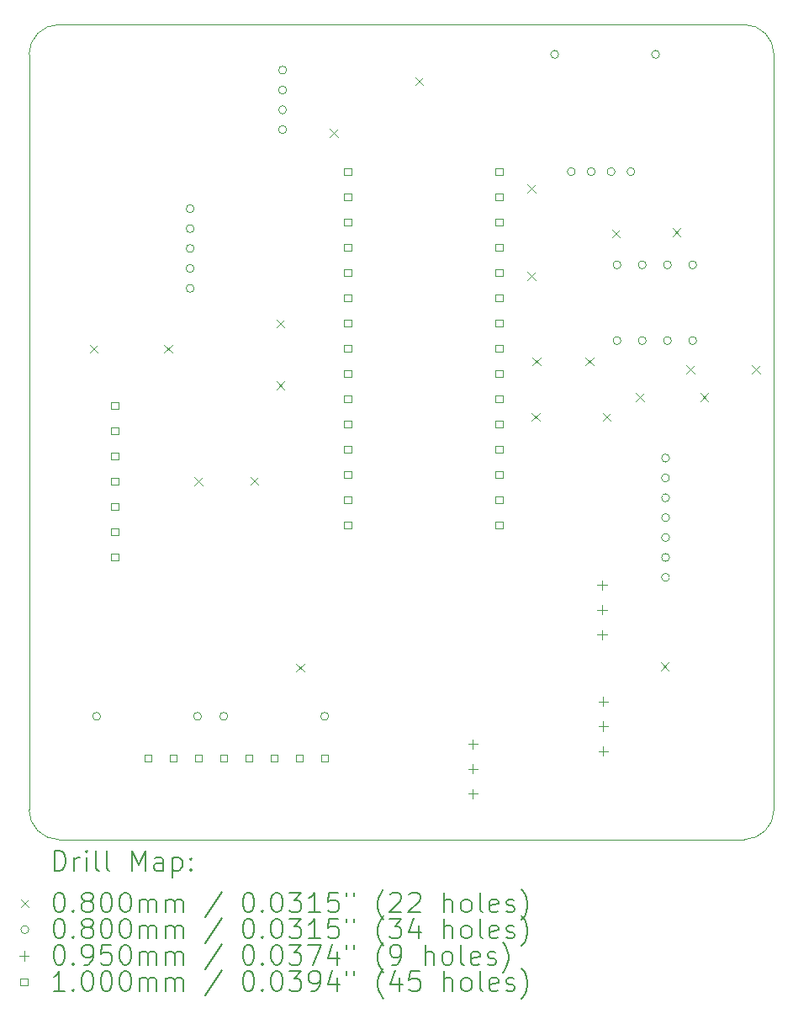
<source format=gbr>
%FSLAX45Y45*%
G04 Gerber Fmt 4.5, Leading zero omitted, Abs format (unit mm)*
G04 Created by KiCad (PCBNEW (6.0.0)) date 2022-05-09 14:40:13*
%MOMM*%
%LPD*%
G01*
G04 APERTURE LIST*
%TA.AperFunction,Profile*%
%ADD10C,0.050000*%
%TD*%
%ADD11C,0.200000*%
%ADD12C,0.080000*%
%ADD13C,0.095000*%
%ADD14C,0.100000*%
G04 APERTURE END LIST*
D10*
X20400000Y-7200000D02*
X20400000Y-14100000D01*
X12900000Y-14800000D02*
G75*
G03*
X13200000Y-15100000I300000J0D01*
G01*
X20400000Y-7200000D02*
G75*
G03*
X20100000Y-6900000I-300000J0D01*
G01*
X13200000Y-6900000D02*
G75*
G03*
X12900000Y-7200000I0J-300000D01*
G01*
X13200000Y-6900000D02*
X20100000Y-6900000D01*
X20100000Y-15100000D02*
G75*
G03*
X20400000Y-14800000I0J300000D01*
G01*
X12900000Y-14100000D02*
X12900000Y-14800000D01*
X12900000Y-14100000D02*
X12900000Y-7200000D01*
X20400000Y-14100000D02*
X20400000Y-14800000D01*
X20100000Y-15100000D02*
X13200000Y-15100000D01*
D11*
D12*
X13510000Y-10120000D02*
X13590000Y-10200000D01*
X13590000Y-10120000D02*
X13510000Y-10200000D01*
X14260000Y-10120000D02*
X14340000Y-10200000D01*
X14340000Y-10120000D02*
X14260000Y-10200000D01*
X14565000Y-11456040D02*
X14645000Y-11536040D01*
X14645000Y-11456040D02*
X14565000Y-11536040D01*
X15130000Y-11450000D02*
X15210000Y-11530000D01*
X15210000Y-11450000D02*
X15130000Y-11530000D01*
X15390000Y-9870000D02*
X15470000Y-9950000D01*
X15470000Y-9870000D02*
X15390000Y-9950000D01*
X15391480Y-10490000D02*
X15471480Y-10570000D01*
X15471480Y-10490000D02*
X15391480Y-10570000D01*
X15590000Y-13330000D02*
X15670000Y-13410000D01*
X15670000Y-13330000D02*
X15590000Y-13410000D01*
X15930000Y-7950000D02*
X16010000Y-8030000D01*
X16010000Y-7950000D02*
X15930000Y-8030000D01*
X16790000Y-7430000D02*
X16870000Y-7510000D01*
X16870000Y-7430000D02*
X16790000Y-7510000D01*
X17920000Y-8510000D02*
X18000000Y-8590000D01*
X18000000Y-8510000D02*
X17920000Y-8590000D01*
X17920000Y-9390000D02*
X18000000Y-9470000D01*
X18000000Y-9390000D02*
X17920000Y-9470000D01*
X17960000Y-10810000D02*
X18040000Y-10890000D01*
X18040000Y-10810000D02*
X17960000Y-10890000D01*
X17968600Y-10247000D02*
X18048600Y-10327000D01*
X18048600Y-10247000D02*
X17968600Y-10327000D01*
X18502000Y-10247000D02*
X18582000Y-10327000D01*
X18582000Y-10247000D02*
X18502000Y-10327000D01*
X18674720Y-10810000D02*
X18754720Y-10890000D01*
X18754720Y-10810000D02*
X18674720Y-10890000D01*
X18770000Y-8960000D02*
X18850000Y-9040000D01*
X18850000Y-8960000D02*
X18770000Y-9040000D01*
X19010000Y-10610000D02*
X19090000Y-10690000D01*
X19090000Y-10610000D02*
X19010000Y-10690000D01*
X19260000Y-13320000D02*
X19340000Y-13400000D01*
X19340000Y-13320000D02*
X19260000Y-13400000D01*
X19380000Y-8950000D02*
X19460000Y-9030000D01*
X19460000Y-8950000D02*
X19380000Y-9030000D01*
X19520000Y-10330000D02*
X19600000Y-10410000D01*
X19600000Y-10330000D02*
X19520000Y-10410000D01*
X19660000Y-10610000D02*
X19740000Y-10690000D01*
X19740000Y-10610000D02*
X19660000Y-10690000D01*
X20180000Y-10330000D02*
X20260000Y-10410000D01*
X20260000Y-10330000D02*
X20180000Y-10410000D01*
X13620000Y-13860000D02*
G75*
G03*
X13620000Y-13860000I-40000J0D01*
G01*
X14561772Y-8753500D02*
G75*
G03*
X14561772Y-8753500I-40000J0D01*
G01*
X14561772Y-8953500D02*
G75*
G03*
X14561772Y-8953500I-40000J0D01*
G01*
X14561772Y-9153500D02*
G75*
G03*
X14561772Y-9153500I-40000J0D01*
G01*
X14561772Y-9353500D02*
G75*
G03*
X14561772Y-9353500I-40000J0D01*
G01*
X14561772Y-9553500D02*
G75*
G03*
X14561772Y-9553500I-40000J0D01*
G01*
X14636000Y-13860000D02*
G75*
G03*
X14636000Y-13860000I-40000J0D01*
G01*
X14900000Y-13860000D02*
G75*
G03*
X14900000Y-13860000I-40000J0D01*
G01*
X15492500Y-7357500D02*
G75*
G03*
X15492500Y-7357500I-40000J0D01*
G01*
X15492500Y-7557500D02*
G75*
G03*
X15492500Y-7557500I-40000J0D01*
G01*
X15492500Y-7757500D02*
G75*
G03*
X15492500Y-7757500I-40000J0D01*
G01*
X15492500Y-7957500D02*
G75*
G03*
X15492500Y-7957500I-40000J0D01*
G01*
X15916000Y-13860000D02*
G75*
G03*
X15916000Y-13860000I-40000J0D01*
G01*
X18232000Y-7200000D02*
G75*
G03*
X18232000Y-7200000I-40000J0D01*
G01*
X18400000Y-8380000D02*
G75*
G03*
X18400000Y-8380000I-40000J0D01*
G01*
X18600000Y-8380000D02*
G75*
G03*
X18600000Y-8380000I-40000J0D01*
G01*
X18800000Y-8380000D02*
G75*
G03*
X18800000Y-8380000I-40000J0D01*
G01*
X18860000Y-9318000D02*
G75*
G03*
X18860000Y-9318000I-40000J0D01*
G01*
X18860000Y-10080000D02*
G75*
G03*
X18860000Y-10080000I-40000J0D01*
G01*
X19000000Y-8380000D02*
G75*
G03*
X19000000Y-8380000I-40000J0D01*
G01*
X19114000Y-9318000D02*
G75*
G03*
X19114000Y-9318000I-40000J0D01*
G01*
X19114000Y-10080000D02*
G75*
G03*
X19114000Y-10080000I-40000J0D01*
G01*
X19248000Y-7200000D02*
G75*
G03*
X19248000Y-7200000I-40000J0D01*
G01*
X19348420Y-11261700D02*
G75*
G03*
X19348420Y-11261700I-40000J0D01*
G01*
X19348420Y-11461700D02*
G75*
G03*
X19348420Y-11461700I-40000J0D01*
G01*
X19348420Y-11661700D02*
G75*
G03*
X19348420Y-11661700I-40000J0D01*
G01*
X19348420Y-11861700D02*
G75*
G03*
X19348420Y-11861700I-40000J0D01*
G01*
X19348420Y-12061700D02*
G75*
G03*
X19348420Y-12061700I-40000J0D01*
G01*
X19348420Y-12261700D02*
G75*
G03*
X19348420Y-12261700I-40000J0D01*
G01*
X19348420Y-12461700D02*
G75*
G03*
X19348420Y-12461700I-40000J0D01*
G01*
X19368000Y-9318000D02*
G75*
G03*
X19368000Y-9318000I-40000J0D01*
G01*
X19368000Y-10080000D02*
G75*
G03*
X19368000Y-10080000I-40000J0D01*
G01*
X19622000Y-9318000D02*
G75*
G03*
X19622000Y-9318000I-40000J0D01*
G01*
X19622000Y-10080000D02*
G75*
G03*
X19622000Y-10080000I-40000J0D01*
G01*
D13*
X17370000Y-14092500D02*
X17370000Y-14187500D01*
X17322500Y-14140000D02*
X17417500Y-14140000D01*
X17370000Y-14342500D02*
X17370000Y-14437500D01*
X17322500Y-14390000D02*
X17417500Y-14390000D01*
X17370000Y-14592500D02*
X17370000Y-14687500D01*
X17322500Y-14640000D02*
X17417500Y-14640000D01*
X18670000Y-12492500D02*
X18670000Y-12587500D01*
X18622500Y-12540000D02*
X18717500Y-12540000D01*
X18670000Y-12742500D02*
X18670000Y-12837500D01*
X18622500Y-12790000D02*
X18717500Y-12790000D01*
X18670000Y-12992500D02*
X18670000Y-13087500D01*
X18622500Y-13040000D02*
X18717500Y-13040000D01*
X18680000Y-13662500D02*
X18680000Y-13757500D01*
X18632500Y-13710000D02*
X18727500Y-13710000D01*
X18680000Y-13912500D02*
X18680000Y-14007500D01*
X18632500Y-13960000D02*
X18727500Y-13960000D01*
X18680000Y-14162500D02*
X18680000Y-14257500D01*
X18632500Y-14210000D02*
X18727500Y-14210000D01*
D14*
X13797628Y-10768856D02*
X13797628Y-10698144D01*
X13726916Y-10698144D01*
X13726916Y-10768856D01*
X13797628Y-10768856D01*
X13797628Y-11022856D02*
X13797628Y-10952144D01*
X13726916Y-10952144D01*
X13726916Y-11022856D01*
X13797628Y-11022856D01*
X13797628Y-11276856D02*
X13797628Y-11206144D01*
X13726916Y-11206144D01*
X13726916Y-11276856D01*
X13797628Y-11276856D01*
X13797628Y-11530856D02*
X13797628Y-11460144D01*
X13726916Y-11460144D01*
X13726916Y-11530856D01*
X13797628Y-11530856D01*
X13797628Y-11784856D02*
X13797628Y-11714144D01*
X13726916Y-11714144D01*
X13726916Y-11784856D01*
X13797628Y-11784856D01*
X13797628Y-12038856D02*
X13797628Y-11968144D01*
X13726916Y-11968144D01*
X13726916Y-12038856D01*
X13797628Y-12038856D01*
X13797628Y-12292856D02*
X13797628Y-12222144D01*
X13726916Y-12222144D01*
X13726916Y-12292856D01*
X13797628Y-12292856D01*
X14131356Y-14315356D02*
X14131356Y-14244644D01*
X14060644Y-14244644D01*
X14060644Y-14315356D01*
X14131356Y-14315356D01*
X14385356Y-14315356D02*
X14385356Y-14244644D01*
X14314644Y-14244644D01*
X14314644Y-14315356D01*
X14385356Y-14315356D01*
X14639356Y-14315356D02*
X14639356Y-14244644D01*
X14568644Y-14244644D01*
X14568644Y-14315356D01*
X14639356Y-14315356D01*
X14893356Y-14315356D02*
X14893356Y-14244644D01*
X14822644Y-14244644D01*
X14822644Y-14315356D01*
X14893356Y-14315356D01*
X15147356Y-14315356D02*
X15147356Y-14244644D01*
X15076644Y-14244644D01*
X15076644Y-14315356D01*
X15147356Y-14315356D01*
X15401356Y-14315356D02*
X15401356Y-14244644D01*
X15330644Y-14244644D01*
X15330644Y-14315356D01*
X15401356Y-14315356D01*
X15655356Y-14315356D02*
X15655356Y-14244644D01*
X15584644Y-14244644D01*
X15584644Y-14315356D01*
X15655356Y-14315356D01*
X15909356Y-14315356D02*
X15909356Y-14244644D01*
X15838644Y-14244644D01*
X15838644Y-14315356D01*
X15909356Y-14315356D01*
X16144628Y-8417356D02*
X16144628Y-8346644D01*
X16073916Y-8346644D01*
X16073916Y-8417356D01*
X16144628Y-8417356D01*
X16144628Y-8671356D02*
X16144628Y-8600644D01*
X16073916Y-8600644D01*
X16073916Y-8671356D01*
X16144628Y-8671356D01*
X16144628Y-8925356D02*
X16144628Y-8854644D01*
X16073916Y-8854644D01*
X16073916Y-8925356D01*
X16144628Y-8925356D01*
X16144628Y-9179356D02*
X16144628Y-9108644D01*
X16073916Y-9108644D01*
X16073916Y-9179356D01*
X16144628Y-9179356D01*
X16144628Y-9433356D02*
X16144628Y-9362644D01*
X16073916Y-9362644D01*
X16073916Y-9433356D01*
X16144628Y-9433356D01*
X16144628Y-9687356D02*
X16144628Y-9616644D01*
X16073916Y-9616644D01*
X16073916Y-9687356D01*
X16144628Y-9687356D01*
X16144628Y-9941356D02*
X16144628Y-9870644D01*
X16073916Y-9870644D01*
X16073916Y-9941356D01*
X16144628Y-9941356D01*
X16144628Y-10195356D02*
X16144628Y-10124644D01*
X16073916Y-10124644D01*
X16073916Y-10195356D01*
X16144628Y-10195356D01*
X16144628Y-10449356D02*
X16144628Y-10378644D01*
X16073916Y-10378644D01*
X16073916Y-10449356D01*
X16144628Y-10449356D01*
X16144628Y-10703356D02*
X16144628Y-10632644D01*
X16073916Y-10632644D01*
X16073916Y-10703356D01*
X16144628Y-10703356D01*
X16144628Y-10957356D02*
X16144628Y-10886644D01*
X16073916Y-10886644D01*
X16073916Y-10957356D01*
X16144628Y-10957356D01*
X16144628Y-11211356D02*
X16144628Y-11140644D01*
X16073916Y-11140644D01*
X16073916Y-11211356D01*
X16144628Y-11211356D01*
X16144628Y-11465356D02*
X16144628Y-11394644D01*
X16073916Y-11394644D01*
X16073916Y-11465356D01*
X16144628Y-11465356D01*
X16144628Y-11719356D02*
X16144628Y-11648644D01*
X16073916Y-11648644D01*
X16073916Y-11719356D01*
X16144628Y-11719356D01*
X16144628Y-11973356D02*
X16144628Y-11902644D01*
X16073916Y-11902644D01*
X16073916Y-11973356D01*
X16144628Y-11973356D01*
X17668628Y-8417356D02*
X17668628Y-8346644D01*
X17597916Y-8346644D01*
X17597916Y-8417356D01*
X17668628Y-8417356D01*
X17668628Y-8671356D02*
X17668628Y-8600644D01*
X17597916Y-8600644D01*
X17597916Y-8671356D01*
X17668628Y-8671356D01*
X17668628Y-8925356D02*
X17668628Y-8854644D01*
X17597916Y-8854644D01*
X17597916Y-8925356D01*
X17668628Y-8925356D01*
X17668628Y-9179356D02*
X17668628Y-9108644D01*
X17597916Y-9108644D01*
X17597916Y-9179356D01*
X17668628Y-9179356D01*
X17668628Y-9433356D02*
X17668628Y-9362644D01*
X17597916Y-9362644D01*
X17597916Y-9433356D01*
X17668628Y-9433356D01*
X17668628Y-9687356D02*
X17668628Y-9616644D01*
X17597916Y-9616644D01*
X17597916Y-9687356D01*
X17668628Y-9687356D01*
X17668628Y-9941356D02*
X17668628Y-9870644D01*
X17597916Y-9870644D01*
X17597916Y-9941356D01*
X17668628Y-9941356D01*
X17668628Y-10195356D02*
X17668628Y-10124644D01*
X17597916Y-10124644D01*
X17597916Y-10195356D01*
X17668628Y-10195356D01*
X17668628Y-10449356D02*
X17668628Y-10378644D01*
X17597916Y-10378644D01*
X17597916Y-10449356D01*
X17668628Y-10449356D01*
X17668628Y-10703356D02*
X17668628Y-10632644D01*
X17597916Y-10632644D01*
X17597916Y-10703356D01*
X17668628Y-10703356D01*
X17668628Y-10957356D02*
X17668628Y-10886644D01*
X17597916Y-10886644D01*
X17597916Y-10957356D01*
X17668628Y-10957356D01*
X17668628Y-11211356D02*
X17668628Y-11140644D01*
X17597916Y-11140644D01*
X17597916Y-11211356D01*
X17668628Y-11211356D01*
X17668628Y-11465356D02*
X17668628Y-11394644D01*
X17597916Y-11394644D01*
X17597916Y-11465356D01*
X17668628Y-11465356D01*
X17668628Y-11719356D02*
X17668628Y-11648644D01*
X17597916Y-11648644D01*
X17597916Y-11719356D01*
X17668628Y-11719356D01*
X17668628Y-11973356D02*
X17668628Y-11902644D01*
X17597916Y-11902644D01*
X17597916Y-11973356D01*
X17668628Y-11973356D01*
D11*
X13155119Y-15412976D02*
X13155119Y-15212976D01*
X13202738Y-15212976D01*
X13231309Y-15222500D01*
X13250357Y-15241548D01*
X13259881Y-15260595D01*
X13269405Y-15298690D01*
X13269405Y-15327262D01*
X13259881Y-15365357D01*
X13250357Y-15384405D01*
X13231309Y-15403452D01*
X13202738Y-15412976D01*
X13155119Y-15412976D01*
X13355119Y-15412976D02*
X13355119Y-15279643D01*
X13355119Y-15317738D02*
X13364643Y-15298690D01*
X13374167Y-15289167D01*
X13393214Y-15279643D01*
X13412262Y-15279643D01*
X13478928Y-15412976D02*
X13478928Y-15279643D01*
X13478928Y-15212976D02*
X13469405Y-15222500D01*
X13478928Y-15232024D01*
X13488452Y-15222500D01*
X13478928Y-15212976D01*
X13478928Y-15232024D01*
X13602738Y-15412976D02*
X13583690Y-15403452D01*
X13574167Y-15384405D01*
X13574167Y-15212976D01*
X13707500Y-15412976D02*
X13688452Y-15403452D01*
X13678928Y-15384405D01*
X13678928Y-15212976D01*
X13936071Y-15412976D02*
X13936071Y-15212976D01*
X14002738Y-15355833D01*
X14069405Y-15212976D01*
X14069405Y-15412976D01*
X14250357Y-15412976D02*
X14250357Y-15308214D01*
X14240833Y-15289167D01*
X14221786Y-15279643D01*
X14183690Y-15279643D01*
X14164643Y-15289167D01*
X14250357Y-15403452D02*
X14231309Y-15412976D01*
X14183690Y-15412976D01*
X14164643Y-15403452D01*
X14155119Y-15384405D01*
X14155119Y-15365357D01*
X14164643Y-15346309D01*
X14183690Y-15336786D01*
X14231309Y-15336786D01*
X14250357Y-15327262D01*
X14345595Y-15279643D02*
X14345595Y-15479643D01*
X14345595Y-15289167D02*
X14364643Y-15279643D01*
X14402738Y-15279643D01*
X14421786Y-15289167D01*
X14431309Y-15298690D01*
X14440833Y-15317738D01*
X14440833Y-15374881D01*
X14431309Y-15393928D01*
X14421786Y-15403452D01*
X14402738Y-15412976D01*
X14364643Y-15412976D01*
X14345595Y-15403452D01*
X14526548Y-15393928D02*
X14536071Y-15403452D01*
X14526548Y-15412976D01*
X14517024Y-15403452D01*
X14526548Y-15393928D01*
X14526548Y-15412976D01*
X14526548Y-15289167D02*
X14536071Y-15298690D01*
X14526548Y-15308214D01*
X14517024Y-15298690D01*
X14526548Y-15289167D01*
X14526548Y-15308214D01*
D12*
X12817500Y-15702500D02*
X12897500Y-15782500D01*
X12897500Y-15702500D02*
X12817500Y-15782500D01*
D11*
X13193214Y-15632976D02*
X13212262Y-15632976D01*
X13231309Y-15642500D01*
X13240833Y-15652024D01*
X13250357Y-15671071D01*
X13259881Y-15709167D01*
X13259881Y-15756786D01*
X13250357Y-15794881D01*
X13240833Y-15813928D01*
X13231309Y-15823452D01*
X13212262Y-15832976D01*
X13193214Y-15832976D01*
X13174167Y-15823452D01*
X13164643Y-15813928D01*
X13155119Y-15794881D01*
X13145595Y-15756786D01*
X13145595Y-15709167D01*
X13155119Y-15671071D01*
X13164643Y-15652024D01*
X13174167Y-15642500D01*
X13193214Y-15632976D01*
X13345595Y-15813928D02*
X13355119Y-15823452D01*
X13345595Y-15832976D01*
X13336071Y-15823452D01*
X13345595Y-15813928D01*
X13345595Y-15832976D01*
X13469405Y-15718690D02*
X13450357Y-15709167D01*
X13440833Y-15699643D01*
X13431309Y-15680595D01*
X13431309Y-15671071D01*
X13440833Y-15652024D01*
X13450357Y-15642500D01*
X13469405Y-15632976D01*
X13507500Y-15632976D01*
X13526548Y-15642500D01*
X13536071Y-15652024D01*
X13545595Y-15671071D01*
X13545595Y-15680595D01*
X13536071Y-15699643D01*
X13526548Y-15709167D01*
X13507500Y-15718690D01*
X13469405Y-15718690D01*
X13450357Y-15728214D01*
X13440833Y-15737738D01*
X13431309Y-15756786D01*
X13431309Y-15794881D01*
X13440833Y-15813928D01*
X13450357Y-15823452D01*
X13469405Y-15832976D01*
X13507500Y-15832976D01*
X13526548Y-15823452D01*
X13536071Y-15813928D01*
X13545595Y-15794881D01*
X13545595Y-15756786D01*
X13536071Y-15737738D01*
X13526548Y-15728214D01*
X13507500Y-15718690D01*
X13669405Y-15632976D02*
X13688452Y-15632976D01*
X13707500Y-15642500D01*
X13717024Y-15652024D01*
X13726548Y-15671071D01*
X13736071Y-15709167D01*
X13736071Y-15756786D01*
X13726548Y-15794881D01*
X13717024Y-15813928D01*
X13707500Y-15823452D01*
X13688452Y-15832976D01*
X13669405Y-15832976D01*
X13650357Y-15823452D01*
X13640833Y-15813928D01*
X13631309Y-15794881D01*
X13621786Y-15756786D01*
X13621786Y-15709167D01*
X13631309Y-15671071D01*
X13640833Y-15652024D01*
X13650357Y-15642500D01*
X13669405Y-15632976D01*
X13859881Y-15632976D02*
X13878928Y-15632976D01*
X13897976Y-15642500D01*
X13907500Y-15652024D01*
X13917024Y-15671071D01*
X13926548Y-15709167D01*
X13926548Y-15756786D01*
X13917024Y-15794881D01*
X13907500Y-15813928D01*
X13897976Y-15823452D01*
X13878928Y-15832976D01*
X13859881Y-15832976D01*
X13840833Y-15823452D01*
X13831309Y-15813928D01*
X13821786Y-15794881D01*
X13812262Y-15756786D01*
X13812262Y-15709167D01*
X13821786Y-15671071D01*
X13831309Y-15652024D01*
X13840833Y-15642500D01*
X13859881Y-15632976D01*
X14012262Y-15832976D02*
X14012262Y-15699643D01*
X14012262Y-15718690D02*
X14021786Y-15709167D01*
X14040833Y-15699643D01*
X14069405Y-15699643D01*
X14088452Y-15709167D01*
X14097976Y-15728214D01*
X14097976Y-15832976D01*
X14097976Y-15728214D02*
X14107500Y-15709167D01*
X14126548Y-15699643D01*
X14155119Y-15699643D01*
X14174167Y-15709167D01*
X14183690Y-15728214D01*
X14183690Y-15832976D01*
X14278928Y-15832976D02*
X14278928Y-15699643D01*
X14278928Y-15718690D02*
X14288452Y-15709167D01*
X14307500Y-15699643D01*
X14336071Y-15699643D01*
X14355119Y-15709167D01*
X14364643Y-15728214D01*
X14364643Y-15832976D01*
X14364643Y-15728214D02*
X14374167Y-15709167D01*
X14393214Y-15699643D01*
X14421786Y-15699643D01*
X14440833Y-15709167D01*
X14450357Y-15728214D01*
X14450357Y-15832976D01*
X14840833Y-15623452D02*
X14669405Y-15880595D01*
X15097976Y-15632976D02*
X15117024Y-15632976D01*
X15136071Y-15642500D01*
X15145595Y-15652024D01*
X15155119Y-15671071D01*
X15164643Y-15709167D01*
X15164643Y-15756786D01*
X15155119Y-15794881D01*
X15145595Y-15813928D01*
X15136071Y-15823452D01*
X15117024Y-15832976D01*
X15097976Y-15832976D01*
X15078928Y-15823452D01*
X15069405Y-15813928D01*
X15059881Y-15794881D01*
X15050357Y-15756786D01*
X15050357Y-15709167D01*
X15059881Y-15671071D01*
X15069405Y-15652024D01*
X15078928Y-15642500D01*
X15097976Y-15632976D01*
X15250357Y-15813928D02*
X15259881Y-15823452D01*
X15250357Y-15832976D01*
X15240833Y-15823452D01*
X15250357Y-15813928D01*
X15250357Y-15832976D01*
X15383690Y-15632976D02*
X15402738Y-15632976D01*
X15421786Y-15642500D01*
X15431309Y-15652024D01*
X15440833Y-15671071D01*
X15450357Y-15709167D01*
X15450357Y-15756786D01*
X15440833Y-15794881D01*
X15431309Y-15813928D01*
X15421786Y-15823452D01*
X15402738Y-15832976D01*
X15383690Y-15832976D01*
X15364643Y-15823452D01*
X15355119Y-15813928D01*
X15345595Y-15794881D01*
X15336071Y-15756786D01*
X15336071Y-15709167D01*
X15345595Y-15671071D01*
X15355119Y-15652024D01*
X15364643Y-15642500D01*
X15383690Y-15632976D01*
X15517024Y-15632976D02*
X15640833Y-15632976D01*
X15574167Y-15709167D01*
X15602738Y-15709167D01*
X15621786Y-15718690D01*
X15631309Y-15728214D01*
X15640833Y-15747262D01*
X15640833Y-15794881D01*
X15631309Y-15813928D01*
X15621786Y-15823452D01*
X15602738Y-15832976D01*
X15545595Y-15832976D01*
X15526548Y-15823452D01*
X15517024Y-15813928D01*
X15831309Y-15832976D02*
X15717024Y-15832976D01*
X15774167Y-15832976D02*
X15774167Y-15632976D01*
X15755119Y-15661548D01*
X15736071Y-15680595D01*
X15717024Y-15690119D01*
X16012262Y-15632976D02*
X15917024Y-15632976D01*
X15907500Y-15728214D01*
X15917024Y-15718690D01*
X15936071Y-15709167D01*
X15983690Y-15709167D01*
X16002738Y-15718690D01*
X16012262Y-15728214D01*
X16021786Y-15747262D01*
X16021786Y-15794881D01*
X16012262Y-15813928D01*
X16002738Y-15823452D01*
X15983690Y-15832976D01*
X15936071Y-15832976D01*
X15917024Y-15823452D01*
X15907500Y-15813928D01*
X16097976Y-15632976D02*
X16097976Y-15671071D01*
X16174167Y-15632976D02*
X16174167Y-15671071D01*
X16469405Y-15909167D02*
X16459881Y-15899643D01*
X16440833Y-15871071D01*
X16431309Y-15852024D01*
X16421786Y-15823452D01*
X16412262Y-15775833D01*
X16412262Y-15737738D01*
X16421786Y-15690119D01*
X16431309Y-15661548D01*
X16440833Y-15642500D01*
X16459881Y-15613928D01*
X16469405Y-15604405D01*
X16536071Y-15652024D02*
X16545595Y-15642500D01*
X16564643Y-15632976D01*
X16612262Y-15632976D01*
X16631309Y-15642500D01*
X16640833Y-15652024D01*
X16650357Y-15671071D01*
X16650357Y-15690119D01*
X16640833Y-15718690D01*
X16526548Y-15832976D01*
X16650357Y-15832976D01*
X16726548Y-15652024D02*
X16736071Y-15642500D01*
X16755119Y-15632976D01*
X16802738Y-15632976D01*
X16821786Y-15642500D01*
X16831310Y-15652024D01*
X16840833Y-15671071D01*
X16840833Y-15690119D01*
X16831310Y-15718690D01*
X16717024Y-15832976D01*
X16840833Y-15832976D01*
X17078929Y-15832976D02*
X17078929Y-15632976D01*
X17164643Y-15832976D02*
X17164643Y-15728214D01*
X17155119Y-15709167D01*
X17136071Y-15699643D01*
X17107500Y-15699643D01*
X17088452Y-15709167D01*
X17078929Y-15718690D01*
X17288452Y-15832976D02*
X17269405Y-15823452D01*
X17259881Y-15813928D01*
X17250357Y-15794881D01*
X17250357Y-15737738D01*
X17259881Y-15718690D01*
X17269405Y-15709167D01*
X17288452Y-15699643D01*
X17317024Y-15699643D01*
X17336071Y-15709167D01*
X17345595Y-15718690D01*
X17355119Y-15737738D01*
X17355119Y-15794881D01*
X17345595Y-15813928D01*
X17336071Y-15823452D01*
X17317024Y-15832976D01*
X17288452Y-15832976D01*
X17469405Y-15832976D02*
X17450357Y-15823452D01*
X17440833Y-15804405D01*
X17440833Y-15632976D01*
X17621786Y-15823452D02*
X17602738Y-15832976D01*
X17564643Y-15832976D01*
X17545595Y-15823452D01*
X17536071Y-15804405D01*
X17536071Y-15728214D01*
X17545595Y-15709167D01*
X17564643Y-15699643D01*
X17602738Y-15699643D01*
X17621786Y-15709167D01*
X17631310Y-15728214D01*
X17631310Y-15747262D01*
X17536071Y-15766309D01*
X17707500Y-15823452D02*
X17726548Y-15832976D01*
X17764643Y-15832976D01*
X17783690Y-15823452D01*
X17793214Y-15804405D01*
X17793214Y-15794881D01*
X17783690Y-15775833D01*
X17764643Y-15766309D01*
X17736071Y-15766309D01*
X17717024Y-15756786D01*
X17707500Y-15737738D01*
X17707500Y-15728214D01*
X17717024Y-15709167D01*
X17736071Y-15699643D01*
X17764643Y-15699643D01*
X17783690Y-15709167D01*
X17859881Y-15909167D02*
X17869405Y-15899643D01*
X17888452Y-15871071D01*
X17897976Y-15852024D01*
X17907500Y-15823452D01*
X17917024Y-15775833D01*
X17917024Y-15737738D01*
X17907500Y-15690119D01*
X17897976Y-15661548D01*
X17888452Y-15642500D01*
X17869405Y-15613928D01*
X17859881Y-15604405D01*
D12*
X12897500Y-16006500D02*
G75*
G03*
X12897500Y-16006500I-40000J0D01*
G01*
D11*
X13193214Y-15896976D02*
X13212262Y-15896976D01*
X13231309Y-15906500D01*
X13240833Y-15916024D01*
X13250357Y-15935071D01*
X13259881Y-15973167D01*
X13259881Y-16020786D01*
X13250357Y-16058881D01*
X13240833Y-16077928D01*
X13231309Y-16087452D01*
X13212262Y-16096976D01*
X13193214Y-16096976D01*
X13174167Y-16087452D01*
X13164643Y-16077928D01*
X13155119Y-16058881D01*
X13145595Y-16020786D01*
X13145595Y-15973167D01*
X13155119Y-15935071D01*
X13164643Y-15916024D01*
X13174167Y-15906500D01*
X13193214Y-15896976D01*
X13345595Y-16077928D02*
X13355119Y-16087452D01*
X13345595Y-16096976D01*
X13336071Y-16087452D01*
X13345595Y-16077928D01*
X13345595Y-16096976D01*
X13469405Y-15982690D02*
X13450357Y-15973167D01*
X13440833Y-15963643D01*
X13431309Y-15944595D01*
X13431309Y-15935071D01*
X13440833Y-15916024D01*
X13450357Y-15906500D01*
X13469405Y-15896976D01*
X13507500Y-15896976D01*
X13526548Y-15906500D01*
X13536071Y-15916024D01*
X13545595Y-15935071D01*
X13545595Y-15944595D01*
X13536071Y-15963643D01*
X13526548Y-15973167D01*
X13507500Y-15982690D01*
X13469405Y-15982690D01*
X13450357Y-15992214D01*
X13440833Y-16001738D01*
X13431309Y-16020786D01*
X13431309Y-16058881D01*
X13440833Y-16077928D01*
X13450357Y-16087452D01*
X13469405Y-16096976D01*
X13507500Y-16096976D01*
X13526548Y-16087452D01*
X13536071Y-16077928D01*
X13545595Y-16058881D01*
X13545595Y-16020786D01*
X13536071Y-16001738D01*
X13526548Y-15992214D01*
X13507500Y-15982690D01*
X13669405Y-15896976D02*
X13688452Y-15896976D01*
X13707500Y-15906500D01*
X13717024Y-15916024D01*
X13726548Y-15935071D01*
X13736071Y-15973167D01*
X13736071Y-16020786D01*
X13726548Y-16058881D01*
X13717024Y-16077928D01*
X13707500Y-16087452D01*
X13688452Y-16096976D01*
X13669405Y-16096976D01*
X13650357Y-16087452D01*
X13640833Y-16077928D01*
X13631309Y-16058881D01*
X13621786Y-16020786D01*
X13621786Y-15973167D01*
X13631309Y-15935071D01*
X13640833Y-15916024D01*
X13650357Y-15906500D01*
X13669405Y-15896976D01*
X13859881Y-15896976D02*
X13878928Y-15896976D01*
X13897976Y-15906500D01*
X13907500Y-15916024D01*
X13917024Y-15935071D01*
X13926548Y-15973167D01*
X13926548Y-16020786D01*
X13917024Y-16058881D01*
X13907500Y-16077928D01*
X13897976Y-16087452D01*
X13878928Y-16096976D01*
X13859881Y-16096976D01*
X13840833Y-16087452D01*
X13831309Y-16077928D01*
X13821786Y-16058881D01*
X13812262Y-16020786D01*
X13812262Y-15973167D01*
X13821786Y-15935071D01*
X13831309Y-15916024D01*
X13840833Y-15906500D01*
X13859881Y-15896976D01*
X14012262Y-16096976D02*
X14012262Y-15963643D01*
X14012262Y-15982690D02*
X14021786Y-15973167D01*
X14040833Y-15963643D01*
X14069405Y-15963643D01*
X14088452Y-15973167D01*
X14097976Y-15992214D01*
X14097976Y-16096976D01*
X14097976Y-15992214D02*
X14107500Y-15973167D01*
X14126548Y-15963643D01*
X14155119Y-15963643D01*
X14174167Y-15973167D01*
X14183690Y-15992214D01*
X14183690Y-16096976D01*
X14278928Y-16096976D02*
X14278928Y-15963643D01*
X14278928Y-15982690D02*
X14288452Y-15973167D01*
X14307500Y-15963643D01*
X14336071Y-15963643D01*
X14355119Y-15973167D01*
X14364643Y-15992214D01*
X14364643Y-16096976D01*
X14364643Y-15992214D02*
X14374167Y-15973167D01*
X14393214Y-15963643D01*
X14421786Y-15963643D01*
X14440833Y-15973167D01*
X14450357Y-15992214D01*
X14450357Y-16096976D01*
X14840833Y-15887452D02*
X14669405Y-16144595D01*
X15097976Y-15896976D02*
X15117024Y-15896976D01*
X15136071Y-15906500D01*
X15145595Y-15916024D01*
X15155119Y-15935071D01*
X15164643Y-15973167D01*
X15164643Y-16020786D01*
X15155119Y-16058881D01*
X15145595Y-16077928D01*
X15136071Y-16087452D01*
X15117024Y-16096976D01*
X15097976Y-16096976D01*
X15078928Y-16087452D01*
X15069405Y-16077928D01*
X15059881Y-16058881D01*
X15050357Y-16020786D01*
X15050357Y-15973167D01*
X15059881Y-15935071D01*
X15069405Y-15916024D01*
X15078928Y-15906500D01*
X15097976Y-15896976D01*
X15250357Y-16077928D02*
X15259881Y-16087452D01*
X15250357Y-16096976D01*
X15240833Y-16087452D01*
X15250357Y-16077928D01*
X15250357Y-16096976D01*
X15383690Y-15896976D02*
X15402738Y-15896976D01*
X15421786Y-15906500D01*
X15431309Y-15916024D01*
X15440833Y-15935071D01*
X15450357Y-15973167D01*
X15450357Y-16020786D01*
X15440833Y-16058881D01*
X15431309Y-16077928D01*
X15421786Y-16087452D01*
X15402738Y-16096976D01*
X15383690Y-16096976D01*
X15364643Y-16087452D01*
X15355119Y-16077928D01*
X15345595Y-16058881D01*
X15336071Y-16020786D01*
X15336071Y-15973167D01*
X15345595Y-15935071D01*
X15355119Y-15916024D01*
X15364643Y-15906500D01*
X15383690Y-15896976D01*
X15517024Y-15896976D02*
X15640833Y-15896976D01*
X15574167Y-15973167D01*
X15602738Y-15973167D01*
X15621786Y-15982690D01*
X15631309Y-15992214D01*
X15640833Y-16011262D01*
X15640833Y-16058881D01*
X15631309Y-16077928D01*
X15621786Y-16087452D01*
X15602738Y-16096976D01*
X15545595Y-16096976D01*
X15526548Y-16087452D01*
X15517024Y-16077928D01*
X15831309Y-16096976D02*
X15717024Y-16096976D01*
X15774167Y-16096976D02*
X15774167Y-15896976D01*
X15755119Y-15925548D01*
X15736071Y-15944595D01*
X15717024Y-15954119D01*
X16012262Y-15896976D02*
X15917024Y-15896976D01*
X15907500Y-15992214D01*
X15917024Y-15982690D01*
X15936071Y-15973167D01*
X15983690Y-15973167D01*
X16002738Y-15982690D01*
X16012262Y-15992214D01*
X16021786Y-16011262D01*
X16021786Y-16058881D01*
X16012262Y-16077928D01*
X16002738Y-16087452D01*
X15983690Y-16096976D01*
X15936071Y-16096976D01*
X15917024Y-16087452D01*
X15907500Y-16077928D01*
X16097976Y-15896976D02*
X16097976Y-15935071D01*
X16174167Y-15896976D02*
X16174167Y-15935071D01*
X16469405Y-16173167D02*
X16459881Y-16163643D01*
X16440833Y-16135071D01*
X16431309Y-16116024D01*
X16421786Y-16087452D01*
X16412262Y-16039833D01*
X16412262Y-16001738D01*
X16421786Y-15954119D01*
X16431309Y-15925548D01*
X16440833Y-15906500D01*
X16459881Y-15877928D01*
X16469405Y-15868405D01*
X16526548Y-15896976D02*
X16650357Y-15896976D01*
X16583690Y-15973167D01*
X16612262Y-15973167D01*
X16631309Y-15982690D01*
X16640833Y-15992214D01*
X16650357Y-16011262D01*
X16650357Y-16058881D01*
X16640833Y-16077928D01*
X16631309Y-16087452D01*
X16612262Y-16096976D01*
X16555119Y-16096976D01*
X16536071Y-16087452D01*
X16526548Y-16077928D01*
X16821786Y-15963643D02*
X16821786Y-16096976D01*
X16774167Y-15887452D02*
X16726548Y-16030309D01*
X16850357Y-16030309D01*
X17078929Y-16096976D02*
X17078929Y-15896976D01*
X17164643Y-16096976D02*
X17164643Y-15992214D01*
X17155119Y-15973167D01*
X17136071Y-15963643D01*
X17107500Y-15963643D01*
X17088452Y-15973167D01*
X17078929Y-15982690D01*
X17288452Y-16096976D02*
X17269405Y-16087452D01*
X17259881Y-16077928D01*
X17250357Y-16058881D01*
X17250357Y-16001738D01*
X17259881Y-15982690D01*
X17269405Y-15973167D01*
X17288452Y-15963643D01*
X17317024Y-15963643D01*
X17336071Y-15973167D01*
X17345595Y-15982690D01*
X17355119Y-16001738D01*
X17355119Y-16058881D01*
X17345595Y-16077928D01*
X17336071Y-16087452D01*
X17317024Y-16096976D01*
X17288452Y-16096976D01*
X17469405Y-16096976D02*
X17450357Y-16087452D01*
X17440833Y-16068405D01*
X17440833Y-15896976D01*
X17621786Y-16087452D02*
X17602738Y-16096976D01*
X17564643Y-16096976D01*
X17545595Y-16087452D01*
X17536071Y-16068405D01*
X17536071Y-15992214D01*
X17545595Y-15973167D01*
X17564643Y-15963643D01*
X17602738Y-15963643D01*
X17621786Y-15973167D01*
X17631310Y-15992214D01*
X17631310Y-16011262D01*
X17536071Y-16030309D01*
X17707500Y-16087452D02*
X17726548Y-16096976D01*
X17764643Y-16096976D01*
X17783690Y-16087452D01*
X17793214Y-16068405D01*
X17793214Y-16058881D01*
X17783690Y-16039833D01*
X17764643Y-16030309D01*
X17736071Y-16030309D01*
X17717024Y-16020786D01*
X17707500Y-16001738D01*
X17707500Y-15992214D01*
X17717024Y-15973167D01*
X17736071Y-15963643D01*
X17764643Y-15963643D01*
X17783690Y-15973167D01*
X17859881Y-16173167D02*
X17869405Y-16163643D01*
X17888452Y-16135071D01*
X17897976Y-16116024D01*
X17907500Y-16087452D01*
X17917024Y-16039833D01*
X17917024Y-16001738D01*
X17907500Y-15954119D01*
X17897976Y-15925548D01*
X17888452Y-15906500D01*
X17869405Y-15877928D01*
X17859881Y-15868405D01*
D13*
X12850000Y-16223000D02*
X12850000Y-16318000D01*
X12802500Y-16270500D02*
X12897500Y-16270500D01*
D11*
X13193214Y-16160976D02*
X13212262Y-16160976D01*
X13231309Y-16170500D01*
X13240833Y-16180024D01*
X13250357Y-16199071D01*
X13259881Y-16237167D01*
X13259881Y-16284786D01*
X13250357Y-16322881D01*
X13240833Y-16341928D01*
X13231309Y-16351452D01*
X13212262Y-16360976D01*
X13193214Y-16360976D01*
X13174167Y-16351452D01*
X13164643Y-16341928D01*
X13155119Y-16322881D01*
X13145595Y-16284786D01*
X13145595Y-16237167D01*
X13155119Y-16199071D01*
X13164643Y-16180024D01*
X13174167Y-16170500D01*
X13193214Y-16160976D01*
X13345595Y-16341928D02*
X13355119Y-16351452D01*
X13345595Y-16360976D01*
X13336071Y-16351452D01*
X13345595Y-16341928D01*
X13345595Y-16360976D01*
X13450357Y-16360976D02*
X13488452Y-16360976D01*
X13507500Y-16351452D01*
X13517024Y-16341928D01*
X13536071Y-16313357D01*
X13545595Y-16275262D01*
X13545595Y-16199071D01*
X13536071Y-16180024D01*
X13526548Y-16170500D01*
X13507500Y-16160976D01*
X13469405Y-16160976D01*
X13450357Y-16170500D01*
X13440833Y-16180024D01*
X13431309Y-16199071D01*
X13431309Y-16246690D01*
X13440833Y-16265738D01*
X13450357Y-16275262D01*
X13469405Y-16284786D01*
X13507500Y-16284786D01*
X13526548Y-16275262D01*
X13536071Y-16265738D01*
X13545595Y-16246690D01*
X13726548Y-16160976D02*
X13631309Y-16160976D01*
X13621786Y-16256214D01*
X13631309Y-16246690D01*
X13650357Y-16237167D01*
X13697976Y-16237167D01*
X13717024Y-16246690D01*
X13726548Y-16256214D01*
X13736071Y-16275262D01*
X13736071Y-16322881D01*
X13726548Y-16341928D01*
X13717024Y-16351452D01*
X13697976Y-16360976D01*
X13650357Y-16360976D01*
X13631309Y-16351452D01*
X13621786Y-16341928D01*
X13859881Y-16160976D02*
X13878928Y-16160976D01*
X13897976Y-16170500D01*
X13907500Y-16180024D01*
X13917024Y-16199071D01*
X13926548Y-16237167D01*
X13926548Y-16284786D01*
X13917024Y-16322881D01*
X13907500Y-16341928D01*
X13897976Y-16351452D01*
X13878928Y-16360976D01*
X13859881Y-16360976D01*
X13840833Y-16351452D01*
X13831309Y-16341928D01*
X13821786Y-16322881D01*
X13812262Y-16284786D01*
X13812262Y-16237167D01*
X13821786Y-16199071D01*
X13831309Y-16180024D01*
X13840833Y-16170500D01*
X13859881Y-16160976D01*
X14012262Y-16360976D02*
X14012262Y-16227643D01*
X14012262Y-16246690D02*
X14021786Y-16237167D01*
X14040833Y-16227643D01*
X14069405Y-16227643D01*
X14088452Y-16237167D01*
X14097976Y-16256214D01*
X14097976Y-16360976D01*
X14097976Y-16256214D02*
X14107500Y-16237167D01*
X14126548Y-16227643D01*
X14155119Y-16227643D01*
X14174167Y-16237167D01*
X14183690Y-16256214D01*
X14183690Y-16360976D01*
X14278928Y-16360976D02*
X14278928Y-16227643D01*
X14278928Y-16246690D02*
X14288452Y-16237167D01*
X14307500Y-16227643D01*
X14336071Y-16227643D01*
X14355119Y-16237167D01*
X14364643Y-16256214D01*
X14364643Y-16360976D01*
X14364643Y-16256214D02*
X14374167Y-16237167D01*
X14393214Y-16227643D01*
X14421786Y-16227643D01*
X14440833Y-16237167D01*
X14450357Y-16256214D01*
X14450357Y-16360976D01*
X14840833Y-16151452D02*
X14669405Y-16408595D01*
X15097976Y-16160976D02*
X15117024Y-16160976D01*
X15136071Y-16170500D01*
X15145595Y-16180024D01*
X15155119Y-16199071D01*
X15164643Y-16237167D01*
X15164643Y-16284786D01*
X15155119Y-16322881D01*
X15145595Y-16341928D01*
X15136071Y-16351452D01*
X15117024Y-16360976D01*
X15097976Y-16360976D01*
X15078928Y-16351452D01*
X15069405Y-16341928D01*
X15059881Y-16322881D01*
X15050357Y-16284786D01*
X15050357Y-16237167D01*
X15059881Y-16199071D01*
X15069405Y-16180024D01*
X15078928Y-16170500D01*
X15097976Y-16160976D01*
X15250357Y-16341928D02*
X15259881Y-16351452D01*
X15250357Y-16360976D01*
X15240833Y-16351452D01*
X15250357Y-16341928D01*
X15250357Y-16360976D01*
X15383690Y-16160976D02*
X15402738Y-16160976D01*
X15421786Y-16170500D01*
X15431309Y-16180024D01*
X15440833Y-16199071D01*
X15450357Y-16237167D01*
X15450357Y-16284786D01*
X15440833Y-16322881D01*
X15431309Y-16341928D01*
X15421786Y-16351452D01*
X15402738Y-16360976D01*
X15383690Y-16360976D01*
X15364643Y-16351452D01*
X15355119Y-16341928D01*
X15345595Y-16322881D01*
X15336071Y-16284786D01*
X15336071Y-16237167D01*
X15345595Y-16199071D01*
X15355119Y-16180024D01*
X15364643Y-16170500D01*
X15383690Y-16160976D01*
X15517024Y-16160976D02*
X15640833Y-16160976D01*
X15574167Y-16237167D01*
X15602738Y-16237167D01*
X15621786Y-16246690D01*
X15631309Y-16256214D01*
X15640833Y-16275262D01*
X15640833Y-16322881D01*
X15631309Y-16341928D01*
X15621786Y-16351452D01*
X15602738Y-16360976D01*
X15545595Y-16360976D01*
X15526548Y-16351452D01*
X15517024Y-16341928D01*
X15707500Y-16160976D02*
X15840833Y-16160976D01*
X15755119Y-16360976D01*
X16002738Y-16227643D02*
X16002738Y-16360976D01*
X15955119Y-16151452D02*
X15907500Y-16294309D01*
X16031309Y-16294309D01*
X16097976Y-16160976D02*
X16097976Y-16199071D01*
X16174167Y-16160976D02*
X16174167Y-16199071D01*
X16469405Y-16437167D02*
X16459881Y-16427643D01*
X16440833Y-16399071D01*
X16431309Y-16380024D01*
X16421786Y-16351452D01*
X16412262Y-16303833D01*
X16412262Y-16265738D01*
X16421786Y-16218119D01*
X16431309Y-16189548D01*
X16440833Y-16170500D01*
X16459881Y-16141928D01*
X16469405Y-16132405D01*
X16555119Y-16360976D02*
X16593214Y-16360976D01*
X16612262Y-16351452D01*
X16621786Y-16341928D01*
X16640833Y-16313357D01*
X16650357Y-16275262D01*
X16650357Y-16199071D01*
X16640833Y-16180024D01*
X16631309Y-16170500D01*
X16612262Y-16160976D01*
X16574167Y-16160976D01*
X16555119Y-16170500D01*
X16545595Y-16180024D01*
X16536071Y-16199071D01*
X16536071Y-16246690D01*
X16545595Y-16265738D01*
X16555119Y-16275262D01*
X16574167Y-16284786D01*
X16612262Y-16284786D01*
X16631309Y-16275262D01*
X16640833Y-16265738D01*
X16650357Y-16246690D01*
X16888452Y-16360976D02*
X16888452Y-16160976D01*
X16974167Y-16360976D02*
X16974167Y-16256214D01*
X16964643Y-16237167D01*
X16945595Y-16227643D01*
X16917024Y-16227643D01*
X16897976Y-16237167D01*
X16888452Y-16246690D01*
X17097976Y-16360976D02*
X17078929Y-16351452D01*
X17069405Y-16341928D01*
X17059881Y-16322881D01*
X17059881Y-16265738D01*
X17069405Y-16246690D01*
X17078929Y-16237167D01*
X17097976Y-16227643D01*
X17126548Y-16227643D01*
X17145595Y-16237167D01*
X17155119Y-16246690D01*
X17164643Y-16265738D01*
X17164643Y-16322881D01*
X17155119Y-16341928D01*
X17145595Y-16351452D01*
X17126548Y-16360976D01*
X17097976Y-16360976D01*
X17278929Y-16360976D02*
X17259881Y-16351452D01*
X17250357Y-16332405D01*
X17250357Y-16160976D01*
X17431310Y-16351452D02*
X17412262Y-16360976D01*
X17374167Y-16360976D01*
X17355119Y-16351452D01*
X17345595Y-16332405D01*
X17345595Y-16256214D01*
X17355119Y-16237167D01*
X17374167Y-16227643D01*
X17412262Y-16227643D01*
X17431310Y-16237167D01*
X17440833Y-16256214D01*
X17440833Y-16275262D01*
X17345595Y-16294309D01*
X17517024Y-16351452D02*
X17536071Y-16360976D01*
X17574167Y-16360976D01*
X17593214Y-16351452D01*
X17602738Y-16332405D01*
X17602738Y-16322881D01*
X17593214Y-16303833D01*
X17574167Y-16294309D01*
X17545595Y-16294309D01*
X17526548Y-16284786D01*
X17517024Y-16265738D01*
X17517024Y-16256214D01*
X17526548Y-16237167D01*
X17545595Y-16227643D01*
X17574167Y-16227643D01*
X17593214Y-16237167D01*
X17669405Y-16437167D02*
X17678929Y-16427643D01*
X17697976Y-16399071D01*
X17707500Y-16380024D01*
X17717024Y-16351452D01*
X17726548Y-16303833D01*
X17726548Y-16265738D01*
X17717024Y-16218119D01*
X17707500Y-16189548D01*
X17697976Y-16170500D01*
X17678929Y-16141928D01*
X17669405Y-16132405D01*
D14*
X12882856Y-16569856D02*
X12882856Y-16499144D01*
X12812144Y-16499144D01*
X12812144Y-16569856D01*
X12882856Y-16569856D01*
D11*
X13259881Y-16624976D02*
X13145595Y-16624976D01*
X13202738Y-16624976D02*
X13202738Y-16424976D01*
X13183690Y-16453548D01*
X13164643Y-16472595D01*
X13145595Y-16482119D01*
X13345595Y-16605928D02*
X13355119Y-16615452D01*
X13345595Y-16624976D01*
X13336071Y-16615452D01*
X13345595Y-16605928D01*
X13345595Y-16624976D01*
X13478928Y-16424976D02*
X13497976Y-16424976D01*
X13517024Y-16434500D01*
X13526548Y-16444024D01*
X13536071Y-16463071D01*
X13545595Y-16501167D01*
X13545595Y-16548786D01*
X13536071Y-16586881D01*
X13526548Y-16605928D01*
X13517024Y-16615452D01*
X13497976Y-16624976D01*
X13478928Y-16624976D01*
X13459881Y-16615452D01*
X13450357Y-16605928D01*
X13440833Y-16586881D01*
X13431309Y-16548786D01*
X13431309Y-16501167D01*
X13440833Y-16463071D01*
X13450357Y-16444024D01*
X13459881Y-16434500D01*
X13478928Y-16424976D01*
X13669405Y-16424976D02*
X13688452Y-16424976D01*
X13707500Y-16434500D01*
X13717024Y-16444024D01*
X13726548Y-16463071D01*
X13736071Y-16501167D01*
X13736071Y-16548786D01*
X13726548Y-16586881D01*
X13717024Y-16605928D01*
X13707500Y-16615452D01*
X13688452Y-16624976D01*
X13669405Y-16624976D01*
X13650357Y-16615452D01*
X13640833Y-16605928D01*
X13631309Y-16586881D01*
X13621786Y-16548786D01*
X13621786Y-16501167D01*
X13631309Y-16463071D01*
X13640833Y-16444024D01*
X13650357Y-16434500D01*
X13669405Y-16424976D01*
X13859881Y-16424976D02*
X13878928Y-16424976D01*
X13897976Y-16434500D01*
X13907500Y-16444024D01*
X13917024Y-16463071D01*
X13926548Y-16501167D01*
X13926548Y-16548786D01*
X13917024Y-16586881D01*
X13907500Y-16605928D01*
X13897976Y-16615452D01*
X13878928Y-16624976D01*
X13859881Y-16624976D01*
X13840833Y-16615452D01*
X13831309Y-16605928D01*
X13821786Y-16586881D01*
X13812262Y-16548786D01*
X13812262Y-16501167D01*
X13821786Y-16463071D01*
X13831309Y-16444024D01*
X13840833Y-16434500D01*
X13859881Y-16424976D01*
X14012262Y-16624976D02*
X14012262Y-16491643D01*
X14012262Y-16510690D02*
X14021786Y-16501167D01*
X14040833Y-16491643D01*
X14069405Y-16491643D01*
X14088452Y-16501167D01*
X14097976Y-16520214D01*
X14097976Y-16624976D01*
X14097976Y-16520214D02*
X14107500Y-16501167D01*
X14126548Y-16491643D01*
X14155119Y-16491643D01*
X14174167Y-16501167D01*
X14183690Y-16520214D01*
X14183690Y-16624976D01*
X14278928Y-16624976D02*
X14278928Y-16491643D01*
X14278928Y-16510690D02*
X14288452Y-16501167D01*
X14307500Y-16491643D01*
X14336071Y-16491643D01*
X14355119Y-16501167D01*
X14364643Y-16520214D01*
X14364643Y-16624976D01*
X14364643Y-16520214D02*
X14374167Y-16501167D01*
X14393214Y-16491643D01*
X14421786Y-16491643D01*
X14440833Y-16501167D01*
X14450357Y-16520214D01*
X14450357Y-16624976D01*
X14840833Y-16415452D02*
X14669405Y-16672595D01*
X15097976Y-16424976D02*
X15117024Y-16424976D01*
X15136071Y-16434500D01*
X15145595Y-16444024D01*
X15155119Y-16463071D01*
X15164643Y-16501167D01*
X15164643Y-16548786D01*
X15155119Y-16586881D01*
X15145595Y-16605928D01*
X15136071Y-16615452D01*
X15117024Y-16624976D01*
X15097976Y-16624976D01*
X15078928Y-16615452D01*
X15069405Y-16605928D01*
X15059881Y-16586881D01*
X15050357Y-16548786D01*
X15050357Y-16501167D01*
X15059881Y-16463071D01*
X15069405Y-16444024D01*
X15078928Y-16434500D01*
X15097976Y-16424976D01*
X15250357Y-16605928D02*
X15259881Y-16615452D01*
X15250357Y-16624976D01*
X15240833Y-16615452D01*
X15250357Y-16605928D01*
X15250357Y-16624976D01*
X15383690Y-16424976D02*
X15402738Y-16424976D01*
X15421786Y-16434500D01*
X15431309Y-16444024D01*
X15440833Y-16463071D01*
X15450357Y-16501167D01*
X15450357Y-16548786D01*
X15440833Y-16586881D01*
X15431309Y-16605928D01*
X15421786Y-16615452D01*
X15402738Y-16624976D01*
X15383690Y-16624976D01*
X15364643Y-16615452D01*
X15355119Y-16605928D01*
X15345595Y-16586881D01*
X15336071Y-16548786D01*
X15336071Y-16501167D01*
X15345595Y-16463071D01*
X15355119Y-16444024D01*
X15364643Y-16434500D01*
X15383690Y-16424976D01*
X15517024Y-16424976D02*
X15640833Y-16424976D01*
X15574167Y-16501167D01*
X15602738Y-16501167D01*
X15621786Y-16510690D01*
X15631309Y-16520214D01*
X15640833Y-16539262D01*
X15640833Y-16586881D01*
X15631309Y-16605928D01*
X15621786Y-16615452D01*
X15602738Y-16624976D01*
X15545595Y-16624976D01*
X15526548Y-16615452D01*
X15517024Y-16605928D01*
X15736071Y-16624976D02*
X15774167Y-16624976D01*
X15793214Y-16615452D01*
X15802738Y-16605928D01*
X15821786Y-16577357D01*
X15831309Y-16539262D01*
X15831309Y-16463071D01*
X15821786Y-16444024D01*
X15812262Y-16434500D01*
X15793214Y-16424976D01*
X15755119Y-16424976D01*
X15736071Y-16434500D01*
X15726548Y-16444024D01*
X15717024Y-16463071D01*
X15717024Y-16510690D01*
X15726548Y-16529738D01*
X15736071Y-16539262D01*
X15755119Y-16548786D01*
X15793214Y-16548786D01*
X15812262Y-16539262D01*
X15821786Y-16529738D01*
X15831309Y-16510690D01*
X16002738Y-16491643D02*
X16002738Y-16624976D01*
X15955119Y-16415452D02*
X15907500Y-16558309D01*
X16031309Y-16558309D01*
X16097976Y-16424976D02*
X16097976Y-16463071D01*
X16174167Y-16424976D02*
X16174167Y-16463071D01*
X16469405Y-16701167D02*
X16459881Y-16691643D01*
X16440833Y-16663071D01*
X16431309Y-16644024D01*
X16421786Y-16615452D01*
X16412262Y-16567833D01*
X16412262Y-16529738D01*
X16421786Y-16482119D01*
X16431309Y-16453548D01*
X16440833Y-16434500D01*
X16459881Y-16405928D01*
X16469405Y-16396405D01*
X16631309Y-16491643D02*
X16631309Y-16624976D01*
X16583690Y-16415452D02*
X16536071Y-16558309D01*
X16659881Y-16558309D01*
X16831310Y-16424976D02*
X16736071Y-16424976D01*
X16726548Y-16520214D01*
X16736071Y-16510690D01*
X16755119Y-16501167D01*
X16802738Y-16501167D01*
X16821786Y-16510690D01*
X16831310Y-16520214D01*
X16840833Y-16539262D01*
X16840833Y-16586881D01*
X16831310Y-16605928D01*
X16821786Y-16615452D01*
X16802738Y-16624976D01*
X16755119Y-16624976D01*
X16736071Y-16615452D01*
X16726548Y-16605928D01*
X17078929Y-16624976D02*
X17078929Y-16424976D01*
X17164643Y-16624976D02*
X17164643Y-16520214D01*
X17155119Y-16501167D01*
X17136071Y-16491643D01*
X17107500Y-16491643D01*
X17088452Y-16501167D01*
X17078929Y-16510690D01*
X17288452Y-16624976D02*
X17269405Y-16615452D01*
X17259881Y-16605928D01*
X17250357Y-16586881D01*
X17250357Y-16529738D01*
X17259881Y-16510690D01*
X17269405Y-16501167D01*
X17288452Y-16491643D01*
X17317024Y-16491643D01*
X17336071Y-16501167D01*
X17345595Y-16510690D01*
X17355119Y-16529738D01*
X17355119Y-16586881D01*
X17345595Y-16605928D01*
X17336071Y-16615452D01*
X17317024Y-16624976D01*
X17288452Y-16624976D01*
X17469405Y-16624976D02*
X17450357Y-16615452D01*
X17440833Y-16596405D01*
X17440833Y-16424976D01*
X17621786Y-16615452D02*
X17602738Y-16624976D01*
X17564643Y-16624976D01*
X17545595Y-16615452D01*
X17536071Y-16596405D01*
X17536071Y-16520214D01*
X17545595Y-16501167D01*
X17564643Y-16491643D01*
X17602738Y-16491643D01*
X17621786Y-16501167D01*
X17631310Y-16520214D01*
X17631310Y-16539262D01*
X17536071Y-16558309D01*
X17707500Y-16615452D02*
X17726548Y-16624976D01*
X17764643Y-16624976D01*
X17783690Y-16615452D01*
X17793214Y-16596405D01*
X17793214Y-16586881D01*
X17783690Y-16567833D01*
X17764643Y-16558309D01*
X17736071Y-16558309D01*
X17717024Y-16548786D01*
X17707500Y-16529738D01*
X17707500Y-16520214D01*
X17717024Y-16501167D01*
X17736071Y-16491643D01*
X17764643Y-16491643D01*
X17783690Y-16501167D01*
X17859881Y-16701167D02*
X17869405Y-16691643D01*
X17888452Y-16663071D01*
X17897976Y-16644024D01*
X17907500Y-16615452D01*
X17917024Y-16567833D01*
X17917024Y-16529738D01*
X17907500Y-16482119D01*
X17897976Y-16453548D01*
X17888452Y-16434500D01*
X17869405Y-16405928D01*
X17859881Y-16396405D01*
M02*

</source>
